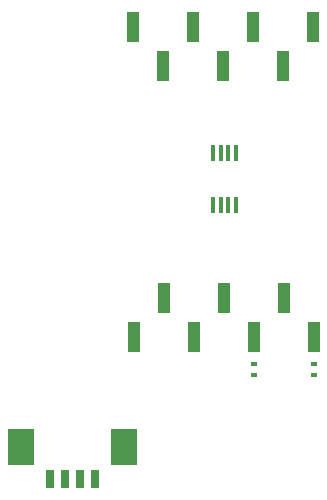
<source format=gbr>
G04 #@! TF.GenerationSoftware,KiCad,Pcbnew,(5.1.2)-2*
G04 #@! TF.CreationDate,2022-01-19T07:22:50-03:00*
G04 #@! TF.ProjectId,MAG_Plus,4d41475f-506c-4757-932e-6b696361645f,rev?*
G04 #@! TF.SameCoordinates,Original*
G04 #@! TF.FileFunction,Paste,Bot*
G04 #@! TF.FilePolarity,Positive*
%FSLAX46Y46*%
G04 Gerber Fmt 4.6, Leading zero omitted, Abs format (unit mm)*
G04 Created by KiCad (PCBNEW (5.1.2)-2) date 2022-01-19 07:22:50*
%MOMM*%
%LPD*%
G04 APERTURE LIST*
%ADD10R,2.200000X3.100000*%
%ADD11R,0.800000X1.500000*%
%ADD12R,1.000000X2.510000*%
%ADD13R,0.600000X0.400000*%
%ADD14R,0.450000X1.450000*%
G04 APERTURE END LIST*
D10*
X52285000Y-75725000D03*
X43535000Y-75725000D03*
D11*
X49785000Y-78475000D03*
X48535000Y-78475000D03*
X47285000Y-78475000D03*
X46035000Y-78475000D03*
D12*
X68340000Y-66465000D03*
X63260000Y-66465000D03*
X58180000Y-66465000D03*
X53100000Y-66465000D03*
X65800000Y-63155000D03*
X60720000Y-63155000D03*
X55640000Y-63155000D03*
X65760000Y-43485000D03*
X60680000Y-43485000D03*
X55600000Y-43485000D03*
X68300000Y-40175000D03*
X63220000Y-40175000D03*
X58140000Y-40175000D03*
X53060000Y-40175000D03*
D13*
X68370000Y-68740000D03*
X68370000Y-69640000D03*
X63250000Y-69650000D03*
X63250000Y-68750000D03*
D14*
X61745000Y-50880000D03*
X61095000Y-50880000D03*
X60445000Y-50880000D03*
X59795000Y-50880000D03*
X59795000Y-55280000D03*
X60445000Y-55280000D03*
X61095000Y-55280000D03*
X61745000Y-55280000D03*
M02*

</source>
